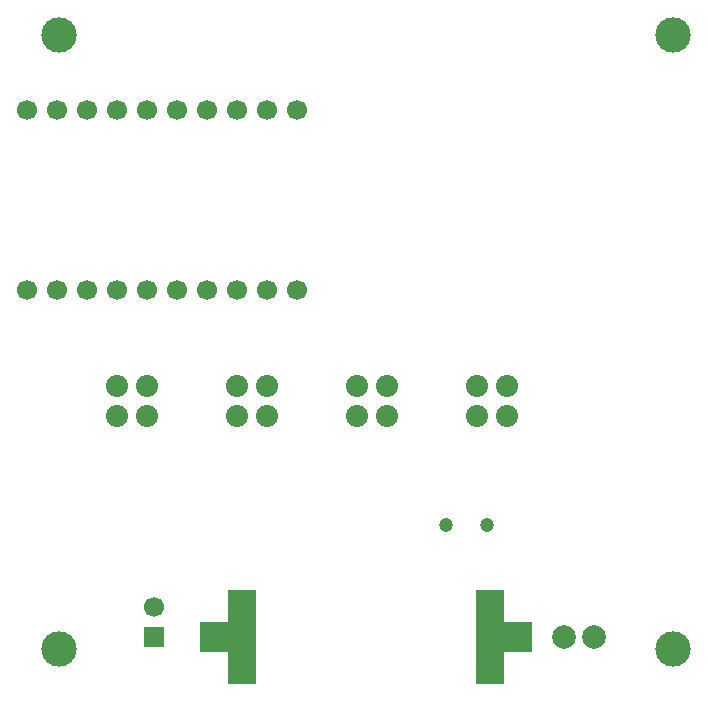
<source format=gbr>
%TF.GenerationSoftware,Altium Limited,Altium Designer,22.7.1 (60)*%
G04 Layer_Color=255*
%FSLAX43Y43*%
%MOMM*%
%TF.SameCoordinates,DFFB733E-25EA-4B03-B04C-AB34F345C761*%
%TF.FilePolarity,Positive*%
%TF.FileFunction,Pads,Bot*%
%TF.Part,Single*%
G01*
G75*
%TA.AperFunction,ComponentPad*%
%ADD26C,2.000*%
%ADD27C,1.700*%
%ADD28R,1.700X1.700*%
%ADD29C,1.875*%
%ADD30C,1.200*%
%TA.AperFunction,WasherPad*%
%ADD31C,3.000*%
%TA.AperFunction,SMDPad,CuDef*%
%ADD33R,4.800X2.500*%
%ADD34R,2.400X8.000*%
D26*
X46730Y5000D02*
D03*
X49270D02*
D03*
D27*
X24130Y49620D02*
D03*
X16510D02*
D03*
X24130Y34380D02*
D03*
X21590D02*
D03*
X19050D02*
D03*
X16510D02*
D03*
X13970D02*
D03*
X11430D02*
D03*
X8890D02*
D03*
X6350D02*
D03*
X3810D02*
D03*
X1270D02*
D03*
Y49620D02*
D03*
X3810D02*
D03*
X6350D02*
D03*
X8890D02*
D03*
X11430D02*
D03*
X13970D02*
D03*
X21590D02*
D03*
X19050D02*
D03*
X12000Y7540D02*
D03*
D28*
Y5000D02*
D03*
D29*
X39370Y26270D02*
D03*
X41910D02*
D03*
X39370Y23730D02*
D03*
X41910D02*
D03*
X11430Y26270D02*
D03*
Y23730D02*
D03*
X8890Y26270D02*
D03*
Y23730D02*
D03*
X21590D02*
D03*
X19050D02*
D03*
X21590Y26270D02*
D03*
X19050D02*
D03*
X31750Y23730D02*
D03*
X29210D02*
D03*
X31750Y26270D02*
D03*
X29210D02*
D03*
D30*
X40250Y14500D02*
D03*
X36750D02*
D03*
D31*
X56000Y56000D02*
D03*
Y4000D02*
D03*
X4000D02*
D03*
Y56000D02*
D03*
D33*
X18300Y5000D02*
D03*
X41700D02*
D03*
D34*
X40500D02*
D03*
X19500D02*
D03*
%TF.MD5,c72c562dd45c69636133bd2c24cb64f5*%
M02*

</source>
